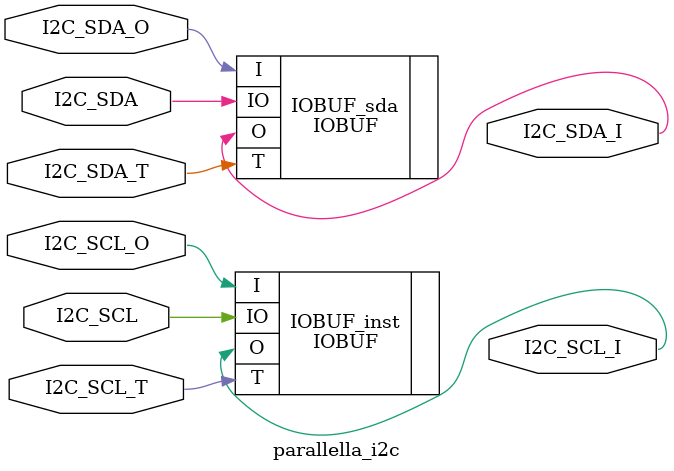
<source format=v>



module parallella_i2c
  (/*AUTOARG*/
   // Outputs
   I2C_SDA_I, I2C_SCL_I,
   // Inouts
   I2C_SDA, I2C_SCL,
   // Inputs
   I2C_SDA_O, I2C_SDA_T, I2C_SCL_O, I2C_SCL_T
   );
   
   input  I2C_SDA_O;
   input  I2C_SDA_T;
   output I2C_SDA_I;

   input  I2C_SCL_O;
   input  I2C_SCL_T;
   output I2C_SCL_I;

   inout  I2C_SDA;
   inout  I2C_SCL;
   

`ifdef  PORTABLE
   
   wire   I2C_SDA = I2C_SDA_T ? 1'bZ : I2C_SDA_O;
   wire   I2C_SDA_I = I2C_SDA;
   
   wire   I2C_SCL = I2C_SCL_T ? 1'bZ : I2C_SCL_O;
   wire   I2C_SCL_I = I2C_SCL;
   
`else

  
   IOBUF #(
      .DRIVE(8), // Specify the output drive strength
      .IBUF_LOW_PWR("TRUE"),  // Low Power - "TRUE", High Performance = "FALSE" 
      .IOSTANDARD("DEFAULT"), // Specify the I/O standard
      .SLEW("SLOW") // Specify the output slew rate
   ) IOBUF_sda (
      .O(I2C_SDA_I),     // Buffer output
      .IO(I2C_SDA),   // Buffer inout port (connect directly to top-level port)
      .I(I2C_SDA_O),     // Buffer input
      .T(I2C_SDA_T)      // 3-state enable input, high=input, low=output
   );
    
    IOBUF #(
       .DRIVE(8), // Specify the output drive strength
       .IBUF_LOW_PWR("TRUE"),  // Low Power - "TRUE", High Performance = "FALSE" 
       .IOSTANDARD("DEFAULT"), // Specify the I/O standard
       .SLEW("SLOW") // Specify the output slew rate
    ) IOBUF_inst (
       .O(I2C_SCL_I),     // Buffer output
       .IO(I2C_SCL),   // Buffer inout port (connect directly to top-level port)
       .I(I2C_SCL_O),     // Buffer input
       .T(I2C_SCL_T)      // 3-state enable input, high=input, low=output
    );
   
`endif
   
endmodule // parallella_i2c


/*
  File: parallella_i2c
 
  This file is part of the Parallella FPGA Reference Design.

  Copyright (C) 2013-2015 Adapteva, Inc.
  Contributed by Fred Huettig

  This program is free software: you can redistribute it and/or modify
  it under the terms of the GNU General Public License as published by
  the Free Software Foundation, either version 3 of the License, or
  (at your option) any later version.

  This program is distributed in the hope that it will be useful,
  but WITHOUT ANY WARRANTY; without even the implied warranty of
  MERCHANTABILITY or FITNESS FOR A PARTICULAR PURPOSE.  See the
  GNU General Public License for more details.

  You should have received a copy of the GNU General Public License
  along with this program (see the file COPYING).  If not, see
  <http://www.gnu.org/licenses/>.
*/

</source>
